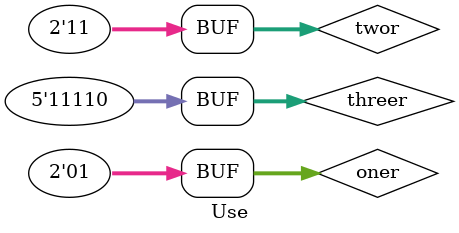
<source format=v>
module Use();
  reg [1:0] oner,twor;
  reg [4:0] threer;
  wire [5:0] w;
  wire [31:0] in0,in1,out1,out2,result;
  wire cout,overflow,zero;

  // use FirstROM 
  FirstROM fr(oner,in0);
  // use SecondROM
  SecondROM sr(twor,in1);
  // use ThirdROM
  ThirdROM tr(threer,w);
  // use FirstMUX
  FirstMUX fm(in0,in1,w[4],out1);
  // use SecondMUX
  SecondMUX sm(in1,in0,w[5],out2);
  // use ALU32
  ALU32 alu32(out1,out2,w[3:0],result,cout,overflow,zero);

  initial begin
    // and
    oner = 2'b00;
    twor = 2'b01;
    threer = 5'b00001;
    #100
    // or
    oner = 2'b00;
    twor = 2'b10;
    threer = 5'b01000;
    #100
    // sum
    oner = 2'b10;
    twor = 2'b11;
    threer = 5'b01001;
    #100
    //sub
    oner = 2'b11;
    twor = 2'b00;
    threer = 5'b10000;
    #100
    // slt
    oner = 2'b10;
    twor = 2'b11;
    threer = 5'b10111;
    #100
    // nor
    oner = 2'b01;
    twor = 2'b11;
    threer = 5'b11110;
  end
endmodule

</source>
